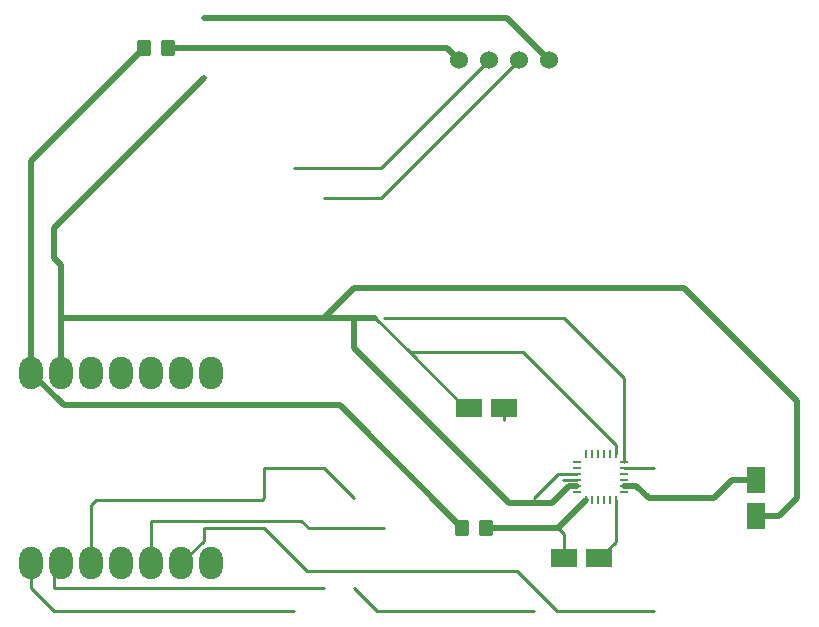
<source format=gbr>
%TF.GenerationSoftware,KiCad,Pcbnew,8.0.8*%
%TF.CreationDate,2025-02-09T22:20:02-08:00*%
%TF.ProjectId,techin514-final-project,74656368-696e-4353-9134-2d66696e616c,rev?*%
%TF.SameCoordinates,Original*%
%TF.FileFunction,Copper,L1,Top*%
%TF.FilePolarity,Positive*%
%FSLAX46Y46*%
G04 Gerber Fmt 4.6, Leading zero omitted, Abs format (unit mm)*
G04 Created by KiCad (PCBNEW 8.0.8) date 2025-02-09 22:20:02*
%MOMM*%
%LPD*%
G01*
G04 APERTURE LIST*
G04 Aperture macros list*
%AMRoundRect*
0 Rectangle with rounded corners*
0 $1 Rounding radius*
0 $2 $3 $4 $5 $6 $7 $8 $9 X,Y pos of 4 corners*
0 Add a 4 corners polygon primitive as box body*
4,1,4,$2,$3,$4,$5,$6,$7,$8,$9,$2,$3,0*
0 Add four circle primitives for the rounded corners*
1,1,$1+$1,$2,$3*
1,1,$1+$1,$4,$5*
1,1,$1+$1,$6,$7*
1,1,$1+$1,$8,$9*
0 Add four rect primitives between the rounded corners*
20,1,$1+$1,$2,$3,$4,$5,0*
20,1,$1+$1,$4,$5,$6,$7,0*
20,1,$1+$1,$6,$7,$8,$9,0*
20,1,$1+$1,$8,$9,$2,$3,0*%
G04 Aperture macros list end*
%TA.AperFunction,SMDPad,CuDef*%
%ADD10R,0.280000X0.790000*%
%TD*%
%TA.AperFunction,SMDPad,CuDef*%
%ADD11R,0.790000X0.280000*%
%TD*%
%TA.AperFunction,ComponentPad*%
%ADD12C,1.530000*%
%TD*%
%TA.AperFunction,SMDPad,CuDef*%
%ADD13RoundRect,1.000000X0.000010X-0.375000X0.000010X0.375000X-0.000010X0.375000X-0.000010X-0.375000X0*%
%TD*%
%TA.AperFunction,SMDPad,CuDef*%
%ADD14RoundRect,0.250000X-0.350000X-0.450000X0.350000X-0.450000X0.350000X0.450000X-0.350000X0.450000X0*%
%TD*%
%TA.AperFunction,SMDPad,CuDef*%
%ADD15R,1.600000X2.200000*%
%TD*%
%TA.AperFunction,SMDPad,CuDef*%
%ADD16R,2.200000X1.600000*%
%TD*%
%TA.AperFunction,Conductor*%
%ADD17C,0.254000*%
%TD*%
%TA.AperFunction,Conductor*%
%ADD18C,0.500000*%
%TD*%
G04 APERTURE END LIST*
D10*
%TO.P,U3,1,CLKIN*%
%TO.N,GND*%
X116120000Y-97840000D03*
%TO.P,U3,2,NC*%
%TO.N,unconnected-(U3-NC-Pad14)_7*%
X115620000Y-97840000D03*
%TO.P,U3,3,NC*%
%TO.N,unconnected-(U3-NC-Pad14)_3*%
X115120000Y-97840000D03*
%TO.P,U3,4,NC*%
%TO.N,unconnected-(U3-NC-Pad14)_6*%
X114620000Y-97840000D03*
%TO.P,U3,5,NC*%
%TO.N,unconnected-(U3-NC-Pad14)_2*%
X114120000Y-97840000D03*
%TO.P,U3,6,AUX_DA*%
%TO.N,unconnected-(U3-AUX_DA-Pad6)*%
X113620000Y-97840000D03*
D11*
%TO.P,U3,7,AUX_CL*%
%TO.N,unconnected-(U3-AUX_CL-Pad7)*%
X112900000Y-98560000D03*
%TO.P,U3,8,VLOGIC*%
%TO.N,unconnected-(U3-VLOGIC-Pad8)*%
X112900000Y-99060000D03*
%TO.P,U3,9,AD0*%
%TO.N,Net-(U1-PA10_A2_D2)*%
X112900000Y-99560000D03*
%TO.P,U3,10,REGOUT*%
%TO.N,Net-(U3-REGOUT)*%
X112900000Y-100060000D03*
%TO.P,U3,11,FSYNC*%
%TO.N,GND*%
X112900000Y-100560000D03*
%TO.P,U3,12,INT*%
%TO.N,unconnected-(U3-INT-Pad12)*%
X112900000Y-101060000D03*
D10*
%TO.P,U3,13,VDD*%
%TO.N,Net-(U3-VDD)*%
X113620000Y-101780000D03*
%TO.P,U3,14,NC*%
%TO.N,unconnected-(U3-NC-Pad14)_4*%
X114120000Y-101780000D03*
%TO.P,U3,15,NC*%
%TO.N,unconnected-(U3-NC-Pad14)*%
X114620000Y-101780000D03*
%TO.P,U3,16,NC*%
%TO.N,unconnected-(U3-NC-Pad14)_1*%
X115120000Y-101780000D03*
%TO.P,U3,17,NC*%
%TO.N,unconnected-(U3-NC-Pad14)_5*%
X115620000Y-101780000D03*
%TO.P,U3,18,GND*%
%TO.N,GND*%
X116120000Y-101780000D03*
D11*
%TO.P,U3,19,RESV*%
%TO.N,unconnected-(U3-RESV-Pad19)*%
X116840000Y-101060000D03*
%TO.P,U3,20,CPOUT*%
%TO.N,Net-(U3-CPOUT)*%
X116840000Y-100560000D03*
%TO.P,U3,21,RESV*%
%TO.N,unconnected-(U3-RESV-Pad21)*%
X116840000Y-100060000D03*
%TO.P,U3,22,RESV*%
%TO.N,unconnected-(U3-RESV-Pad22)*%
X116840000Y-99560000D03*
%TO.P,U3,23,SCL*%
%TO.N,Net-(U1-PA9_A5_D5_SCL)*%
X116840000Y-99060000D03*
%TO.P,U3,24,SDA*%
%TO.N,Net-(U1-PA8_A4_D4_SDA)*%
X116840000Y-98560000D03*
%TD*%
D12*
%TO.P,U2,2,TRIG*%
%TO.N,Net-(U1-PA02_A0_D0)*%
X105410000Y-64535000D03*
%TO.P,U2,3,ECHO*%
%TO.N,Net-(U1-PA4_A1_D1)*%
X107950000Y-64535000D03*
%TO.P,U2,4,GND*%
%TO.N,GND*%
X110490000Y-64535000D03*
%TO.P,U2,1,VCC*%
%TO.N,Net-(U2-VCC)*%
X102870000Y-64535000D03*
%TD*%
D13*
%TO.P,U1,7,PB08_A6_D6_TX*%
%TO.N,unconnected-(U1-PB08_A6_D6_TX-Pad7)*%
X81899250Y-107142500D03*
%TO.P,U1,6,PA9_A5_D5_SCL*%
%TO.N,Net-(U1-PA9_A5_D5_SCL)*%
X79359250Y-107142500D03*
%TO.P,U1,5,PA8_A4_D4_SDA*%
%TO.N,Net-(U1-PA8_A4_D4_SDA)*%
X76819250Y-107142500D03*
%TO.P,U1,4,PA11_A3_D3*%
%TO.N,unconnected-(U1-PA11_A3_D3-Pad4)*%
X74279250Y-107142500D03*
%TO.P,U1,3,PA10_A2_D2*%
%TO.N,Net-(U1-PA10_A2_D2)*%
X71739250Y-107142500D03*
%TO.P,U1,2,PA4_A1_D1*%
%TO.N,Net-(U1-PA4_A1_D1)*%
X69199250Y-107142500D03*
%TO.P,U1,1,PA02_A0_D0*%
%TO.N,Net-(U1-PA02_A0_D0)*%
X66659250Y-107142500D03*
%TO.P,U1,8,PB09_A7_D7_RX*%
%TO.N,unconnected-(U1-PB09_A7_D7_RX-Pad8)*%
X81899250Y-90977500D03*
%TO.P,U1,9,PA7_A8_D8_SCK*%
%TO.N,unconnected-(U1-PA7_A8_D8_SCK-Pad9)*%
X79359250Y-90977500D03*
%TO.P,U1,10,PA5_A9_D9_MISO*%
%TO.N,unconnected-(U1-PA5_A9_D9_MISO-Pad10)*%
X76819250Y-90977500D03*
%TO.P,U1,11,PA6_A10_D10_MOSI*%
%TO.N,unconnected-(U1-PA6_A10_D10_MOSI-Pad11)*%
X74279250Y-90977500D03*
%TO.P,U1,12,3V3*%
%TO.N,unconnected-(U1-3V3-Pad12)*%
X71739250Y-90977500D03*
%TO.P,U1,13,GND*%
%TO.N,GND*%
X69199250Y-90977500D03*
%TO.P,U1,14,5V*%
%TO.N,Net-(U1-5V)*%
X66659250Y-90977500D03*
%TD*%
D14*
%TO.P,R2,1*%
%TO.N,Net-(U1-5V)*%
X103140000Y-104140000D03*
%TO.P,R2,2*%
%TO.N,Net-(U3-VDD)*%
X105140000Y-104140000D03*
%TD*%
%TO.P,R1,1*%
%TO.N,Net-(U1-5V)*%
X76200000Y-63500000D03*
%TO.P,R1,2*%
%TO.N,Net-(U2-VCC)*%
X78200000Y-63500000D03*
%TD*%
D15*
%TO.P,C3,1*%
%TO.N,Net-(U3-CPOUT)*%
X128040000Y-100100000D03*
%TO.P,C3,2*%
%TO.N,GND*%
X128040000Y-103100000D03*
%TD*%
D16*
%TO.P,C2,1*%
%TO.N,Net-(U3-VDD)*%
X111760000Y-106680000D03*
%TO.P,C2,2*%
%TO.N,GND*%
X114760000Y-106680000D03*
%TD*%
%TO.P,C1,1*%
%TO.N,Net-(U3-REGOUT)*%
X106680000Y-93980000D03*
%TO.P,C1,2*%
%TO.N,GND*%
X103680000Y-93980000D03*
%TD*%
D17*
%TO.N,Net-(U1-PA8_A4_D4_SDA)*%
X90138500Y-104140000D02*
X96520000Y-104140000D01*
%TO.N,Net-(U1-PA9_A5_D5_SCL)*%
X81280000Y-105221750D02*
X81280000Y-104140000D01*
X81280000Y-104140000D02*
X86360000Y-104140000D01*
X86360000Y-104140000D02*
X90027000Y-107807000D01*
X90027000Y-107807000D02*
X107807000Y-107807000D01*
X79359250Y-107142500D02*
X81280000Y-105221750D01*
X107807000Y-107807000D02*
X111133000Y-111133000D01*
X111133000Y-111133000D02*
X119380000Y-111133000D01*
%TO.N,Net-(U1-PA10_A2_D2)*%
X91440000Y-99060000D02*
X86360000Y-99060000D01*
X93980000Y-101600000D02*
X91440000Y-99060000D01*
X86360000Y-99060000D02*
X86360000Y-101600000D01*
X86205500Y-101754500D02*
X72153644Y-101754500D01*
X86360000Y-101600000D02*
X86205500Y-101754500D01*
X72153644Y-101754500D02*
X71739250Y-102168894D01*
X71739250Y-102168894D02*
X71739250Y-107142500D01*
D18*
%TO.N,GND*%
X93980000Y-86360000D02*
X93980000Y-88900000D01*
X112211000Y-100560000D02*
X112900000Y-100560000D01*
X93980000Y-88900000D02*
X107134000Y-102054000D01*
X107134000Y-102054000D02*
X110717000Y-102054000D01*
X110717000Y-102054000D02*
X112211000Y-100560000D01*
%TO.N,Net-(U3-VDD)*%
X105140000Y-104140000D02*
X111260000Y-104140000D01*
D17*
%TO.N,Net-(U1-PA10_A2_D2)*%
X95893000Y-111133000D02*
X93980000Y-109220000D01*
X109220000Y-111133000D02*
X95893000Y-111133000D01*
X112900000Y-99560000D02*
X111260000Y-99560000D01*
X111260000Y-99560000D02*
X109220000Y-101600000D01*
%TO.N,GND*%
X103380000Y-93980000D02*
X98680000Y-89280000D01*
X98680000Y-89280000D02*
X95760000Y-86360000D01*
X116120000Y-97840000D02*
X116120000Y-97151000D01*
X116120000Y-97151000D02*
X108249000Y-89280000D01*
X108249000Y-89280000D02*
X98680000Y-89280000D01*
D18*
X121920000Y-83820000D02*
X93980000Y-83820000D01*
X131453000Y-93353000D02*
X121920000Y-83820000D01*
X93980000Y-86360000D02*
X91440000Y-86360000D01*
X91440000Y-86360000D02*
X69199250Y-86360000D01*
X93980000Y-83820000D02*
X91440000Y-86360000D01*
X95760000Y-86360000D02*
X93980000Y-86360000D01*
X128040000Y-103100000D02*
X129953000Y-103100000D01*
X129953000Y-103100000D02*
X131453000Y-101600000D01*
X131453000Y-101600000D02*
X131453000Y-93353000D01*
%TO.N,Net-(U3-CPOUT)*%
X118926000Y-101600000D02*
X124460000Y-101600000D01*
X124460000Y-101600000D02*
X125960000Y-100100000D01*
X125960000Y-100100000D02*
X128040000Y-100100000D01*
X117886000Y-100560000D02*
X118926000Y-101600000D01*
X116840000Y-100560000D02*
X117886000Y-100560000D01*
%TO.N,GND*%
X69199250Y-81899250D02*
X69199250Y-86360000D01*
X69199250Y-86360000D02*
X69199250Y-90977500D01*
D17*
X103680000Y-93980000D02*
X103380000Y-93980000D01*
%TO.N,Net-(U3-REGOUT)*%
X106680000Y-93980000D02*
X106680000Y-95034000D01*
X111706000Y-100060000D02*
X112900000Y-100060000D01*
%TO.N,Net-(U1-PA9_A5_D5_SCL)*%
X119380000Y-99060000D02*
X116840000Y-99060000D01*
D18*
%TO.N,Net-(U1-5V)*%
X92753500Y-93753500D02*
X103140000Y-104140000D01*
D17*
%TO.N,Net-(U1-PA8_A4_D4_SDA)*%
X111760000Y-86360000D02*
X116840000Y-91440000D01*
X96520000Y-86360000D02*
X111760000Y-86360000D01*
X116840000Y-91440000D02*
X116840000Y-98560000D01*
X89519250Y-103520750D02*
X90138500Y-104140000D01*
X76819250Y-103520750D02*
X89519250Y-103520750D01*
X76819250Y-107142500D02*
X76819250Y-103520750D01*
%TO.N,GND*%
X114760000Y-106680000D02*
X116120000Y-105320000D01*
X116120000Y-105320000D02*
X116120000Y-101780000D01*
X114760000Y-106680000D02*
X114760000Y-106220000D01*
%TO.N,Net-(U3-VDD)*%
X111260000Y-104140000D02*
X111760000Y-104640000D01*
X111760000Y-104640000D02*
X111760000Y-106680000D01*
D18*
X111260000Y-104140000D02*
X113620000Y-101780000D01*
%TO.N,Net-(U1-5V)*%
X66659250Y-90977500D02*
X69435250Y-93753500D01*
X69435250Y-93753500D02*
X92753500Y-93753500D01*
%TO.N,Net-(U2-VCC)*%
X78200000Y-63500000D02*
X101835000Y-63500000D01*
X101835000Y-63500000D02*
X102870000Y-64535000D01*
%TO.N,GND*%
X81280000Y-66040000D02*
X68580000Y-78740000D01*
X68580000Y-78740000D02*
X68580000Y-81280000D01*
X68580000Y-81280000D02*
X69199250Y-81899250D01*
X106915000Y-60960000D02*
X81280000Y-60960000D01*
X110490000Y-64535000D02*
X106915000Y-60960000D01*
D17*
%TO.N,Net-(U1-PA4_A1_D1)*%
X96285000Y-76200000D02*
X91440000Y-76200000D01*
X107950000Y-64535000D02*
X96285000Y-76200000D01*
X91440000Y-109220000D02*
X68580000Y-109220000D01*
X68580000Y-109220000D02*
X68580000Y-107761750D01*
X68580000Y-107761750D02*
X69199250Y-107142500D01*
%TO.N,Net-(U1-PA02_A0_D0)*%
X88900000Y-111133000D02*
X68580000Y-111133000D01*
X68580000Y-111133000D02*
X66659250Y-109212250D01*
X66659250Y-109212250D02*
X66659250Y-107142500D01*
D18*
%TO.N,Net-(U1-5V)*%
X66659250Y-90977500D02*
X66659250Y-73040750D01*
X66659250Y-73040750D02*
X76200000Y-63500000D01*
D17*
%TO.N,Net-(U1-PA02_A0_D0)*%
X105410000Y-64535000D02*
X96285000Y-73660000D01*
X96285000Y-73660000D02*
X88900000Y-73660000D01*
%TD*%
M02*

</source>
